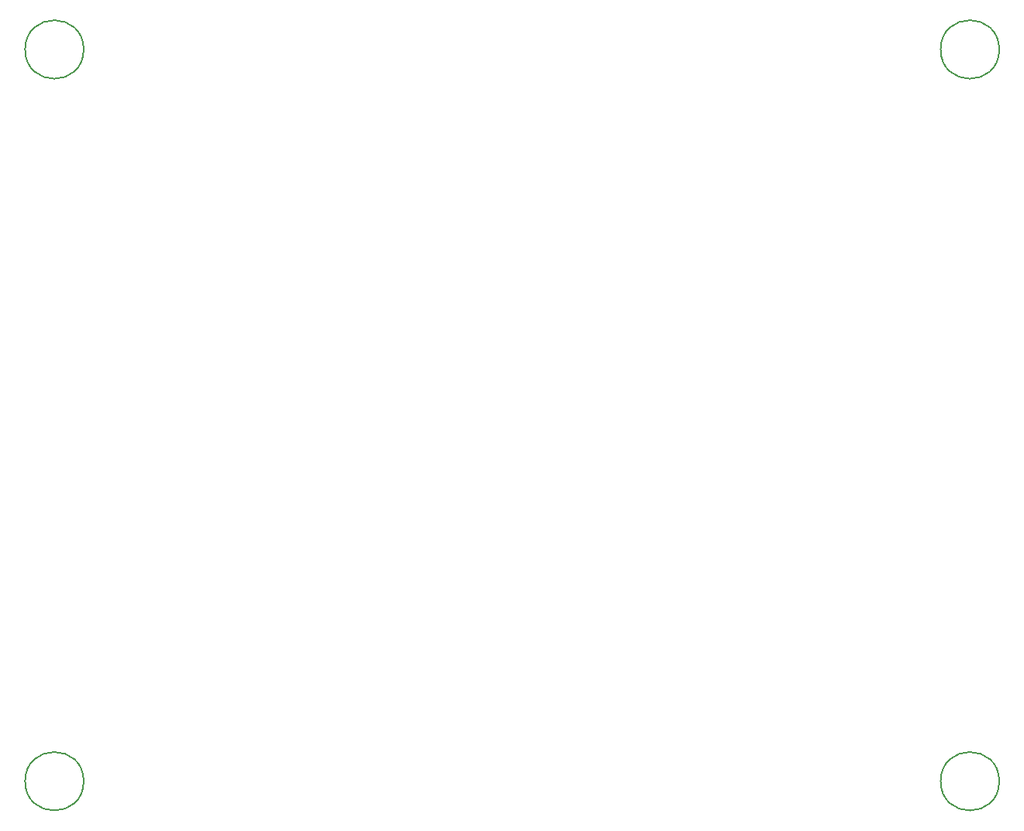
<source format=gbr>
%TF.GenerationSoftware,KiCad,Pcbnew,(6.0.11)*%
%TF.CreationDate,2023-09-13T23:25:57+09:00*%
%TF.ProjectId,Power,506f7765-722e-46b6-9963-61645f706362,rev?*%
%TF.SameCoordinates,Original*%
%TF.FileFunction,Other,Comment*%
%FSLAX46Y46*%
G04 Gerber Fmt 4.6, Leading zero omitted, Abs format (unit mm)*
G04 Created by KiCad (PCBNEW (6.0.11)) date 2023-09-13 23:25:57*
%MOMM*%
%LPD*%
G01*
G04 APERTURE LIST*
%ADD10C,0.150000*%
G04 APERTURE END LIST*
D10*
%TO.C,H3*%
X100260000Y-128470000D02*
G75*
G03*
X100260000Y-128470000I-3200000J0D01*
G01*
%TO.C,H2*%
X200260000Y-48470000D02*
G75*
G03*
X200260000Y-48470000I-3200000J0D01*
G01*
%TO.C,H4*%
X200260000Y-128470000D02*
G75*
G03*
X200260000Y-128470000I-3200000J0D01*
G01*
%TO.C,H1*%
X100260000Y-48470000D02*
G75*
G03*
X100260000Y-48470000I-3200000J0D01*
G01*
%TD*%
M02*

</source>
